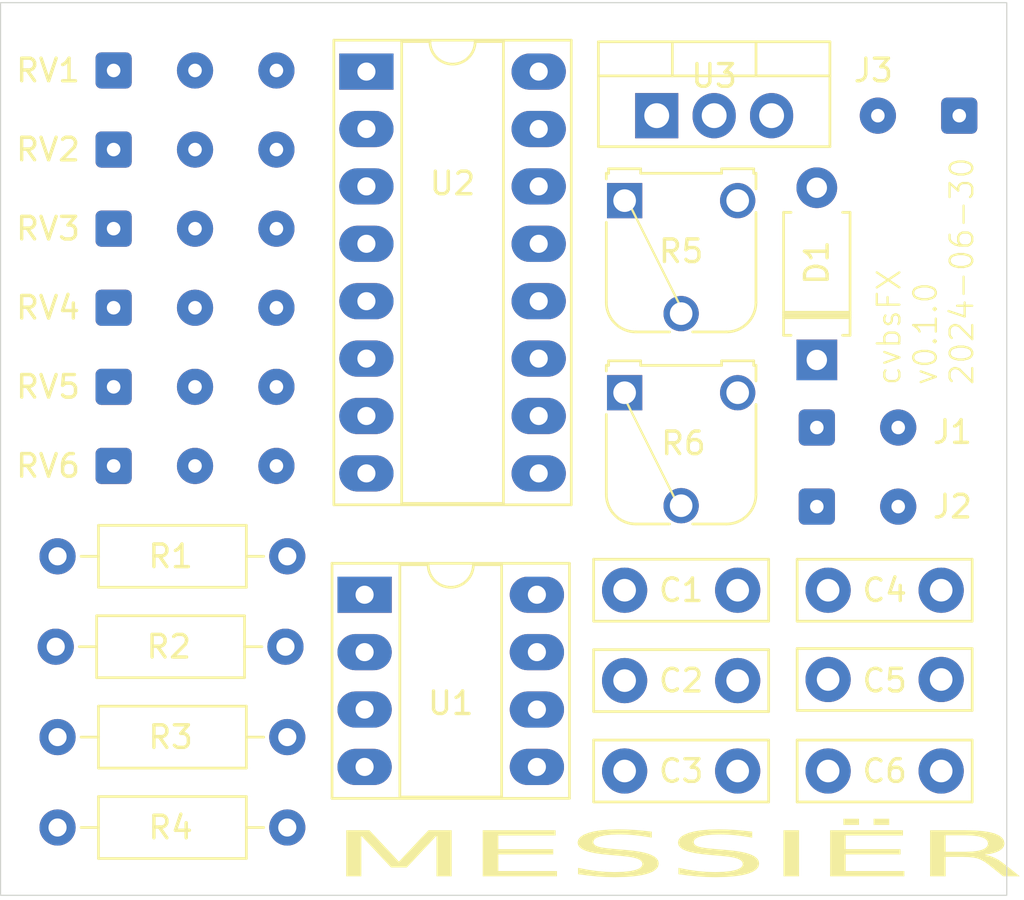
<source format=kicad_pcb>
(kicad_pcb (version 20240108) (generator "pcbnew") (generator_version "8.0")
  (layers (0 "F.Cu" signal) (31 "B.Cu" signal) (34 "B.Paste" user) (35 "F.Paste" user) (36 "B.SilkS" user "B.Silkscreen") (37 "F.SilkS" user "F.Silkscreen") (38 "B.Mask" user) (39 "F.Mask" user) (44 "Edge.Cuts" user))
  (net 0 "")
  (net 1 "Net-(U1-VIDEO)")
  (net 2 "Net-(U1-INT)")
  (net 3 "GND")
  (net 4 "+5V")
  (net 5 "Net-(R3-Pad2)")
  (net 6 "Net-(R4-Pad2)")
  (net 7 "Net-(RV1-Pad1)")
  (net 8 "Net-(RV2-Pad1)")
  (net 9 "Net-(RV3-Pad1)")
  (net 13 "Net-(J1-In)")
  (net 14 "Net-(J2-In)")
  (net 15 "Net-(R5-Pad1)")
  (net 16 "Net-(R6-Pad2)")
  (net 17 "Net-(U2A-+)")
  (net 18 "Net-(U2B--)")
  (net 19 "Net-(U2C-+)")
  (net 20 "Net-(U2D--)")
  (net 21 "Net-(D1-K)")
  (net 22 "Net-(D1-A)")
  (footprint "Capacitor_THT:C_Disc_D7.5mm_W2.5mm_P5.00mm" (layer "F.Cu") (at 137 102.5)
    (property "Reference" "C1" (at 2.5 0 0) (layer "F.SilkS"))
    (property "Value" "0.1u")
    (fp_line (start -1.37 -1.37) (end -1.37 1.37) (stroke (width 0.12)) (layer "F.SilkS"))
    (fp_line (start -1.37 -1.37) (end 6.37 -1.37) (stroke (width 0.12)) (layer "F.SilkS"))
    (fp_line (start -1.37 1.37) (end 6.37 1.37) (stroke (width 0.12)) (layer "F.SilkS"))
    (fp_line (start 6.37 -1.37) (end 6.37 1.37) (stroke (width 0.12)) (layer "F.SilkS"))
    (pad "1" thru_hole circle (at 0 0) (size 2 2) (drill 1) (layers "*.Cu" "*.Mask") (net 1 "Net-(U1-VIDEO)"))
    (pad "2" thru_hole circle (at 5 0) (size 2 2) (drill 1) (layers "*.Cu" "*.Mask") (net 13 "Net-(J1-In)"))
  )
  (footprint "Diode_THT:D_A-405_P7.62mm_Horizontal" (layer "F.Cu") (at 145.5 92.31 90)
    (property "Reference" "D1" (at 4.31 0 90) (layer "F.SilkS"))
    (property "Value" "1N4007")
    (fp_line (start 6.53 -1.47) (end 6.53 -1.14) (stroke (width 0.12)) (layer "F.SilkS"))
    (fp_line (start 2.11 -1.47) (end 2.11 1.47) (stroke (width 0.12)) (layer "F.SilkS"))
    (fp_line (start 1.99 -1.47) (end 1.99 1.47) (stroke (width 0.12)) (layer "F.SilkS"))
    (fp_line (start 1.87 -1.47) (end 1.87 1.47) (stroke (width 0.12)) (layer "F.SilkS"))
    (fp_line (start 1.09 -1.47) (end 6.53 -1.47) (stroke (width 0.12)) (layer "F.SilkS"))
    (fp_line (start 1.09 -1.14) (end 1.09 -1.47) (stroke (width 0.12)) (layer "F.SilkS"))
    (fp_line (start 1.09 1.14) (end 1.09 1.47) (stroke (width 0.12)) (layer "F.SilkS"))
    (fp_line (start 6.53 1.47) (end 6.53 1.14) (stroke (width 0.12)) (layer "F.SilkS"))
    (fp_line (start 1.09 1.47) (end 6.53 1.47) (stroke (width 0.12)) (layer "F.SilkS"))
    (pad "1" thru_hole rect (at 0 0 90) (size 1.8 1.8) (drill 0.9) (layers "*.Cu" "*.Mask") (net 21 "Net-(D1-K)"))
    (pad "2" thru_hole oval (at 7.62 0 90) (size 1.8 1.8) (drill 0.9) (layers "*.Cu" "*.Mask") (net 22 "Net-(D1-A)"))
  )
  (footprint "Connector_Wire:SolderWire-0.1sqmm_1x03_P3.6mm_D0.4mm_OD1mm" (layer "F.Cu") (at 114.4 90)
    (property "Reference" "RV4" (at -2.9 0 0) (layer "F.SilkS"))
    (property "Value" "10k")
    (pad "1" thru_hole roundrect (at 0 0) (size 1.6 1.6) (drill 0.6) (layers "*.Cu" "*.Mask") (roundrect_rratio 0.15625) (net 15 "Net-(R5-Pad1)"))
    (pad "2" thru_hole circle (at 3.6 0) (size 1.6 1.6) (drill 0.6) (layers "*.Cu" "*.Mask") (net 20 "Net-(U2D--)"))
    (pad "3" thru_hole circle (at 7.2 0) (size 1.6 1.6) (drill 0.6) (layers "*.Cu" "*.Mask") (net 9 "Net-(RV3-Pad1)"))
  )
  (footprint "Connector_Wire:SolderWire-0.1sqmm_1x02_P3.6mm_D0.4mm_OD1mm" (layer "F.Cu") (at 151.8 81.5 180)
    (property "Reference" "J3" (at 3.8 2 0) (layer "F.SilkS"))
    (property "Value" "DC JACK")
    (pad "1" thru_hole roundrect (at 0 0 180) (size 1.6 1.6) (drill 0.6) (layers "*.Cu" "*.Mask") (roundrect_rratio 0.15625) (net 22 "Net-(D1-A)"))
    (pad "2" thru_hole circle (at 3.6 0 180) (size 1.6 1.6) (drill 0.6) (layers "*.Cu" "*.Mask") (net 3 "GND"))
  )
  (footprint "Capacitor_THT:C_Disc_D7.5mm_W2.5mm_P5.00mm" (layer "F.Cu") (at 137 106.5)
    (property "Reference" "C2" (at 2.5 0 0) (layer "F.SilkS"))
    (property "Value" "0.1u")
    (fp_line (start -1.37 -1.37) (end -1.37 1.37) (stroke (width 0.12)) (layer "F.SilkS"))
    (fp_line (start -1.37 -1.37) (end 6.37 -1.37) (stroke (width 0.12)) (layer "F.SilkS"))
    (fp_line (start -1.37 1.37) (end 6.37 1.37) (stroke (width 0.12)) (layer "F.SilkS"))
    (fp_line (start 6.37 -1.37) (end 6.37 1.37) (stroke (width 0.12)) (layer "F.SilkS"))
    (pad "1" thru_hole circle (at 0 0) (size 2 2) (drill 1) (layers "*.Cu" "*.Mask") (net 2 "Net-(U1-INT)"))
    (pad "2" thru_hole circle (at 5 0) (size 2 2) (drill 1) (layers "*.Cu" "*.Mask") (net 3 "GND"))
  )
  (footprint "Package_DIP:DIP-16_W7.62mm_Socket_LongPads" (layer "F.Cu") (at 125.58 79.55)
    (property "Reference" "U2" (at 3.81 4.95 0) (layer "F.SilkS"))
    (property "Value" "LM339")
    (fp_line (start -1.44 -1.39) (end -1.44 19.17) (stroke (width 0.12)) (layer "F.SilkS"))
    (fp_line (start -1.44 19.17) (end 9.06 19.17) (stroke (width 0.12)) (layer "F.SilkS"))
    (fp_line (start 1.56 -1.33) (end 1.56 19.11) (stroke (width 0.12)) (layer "F.SilkS"))
    (fp_line (start 1.56 19.11) (end 6.06 19.11) (stroke (width 0.12)) (layer "F.SilkS"))
    (fp_line (start 2.81 -1.33) (end 1.56 -1.33) (stroke (width 0.12)) (layer "F.SilkS"))
    (fp_line (start 6.06 -1.33) (end 4.81 -1.33) (stroke (width 0.12)) (layer "F.SilkS"))
    (fp_line (start 6.06 19.11) (end 6.06 -1.33) (stroke (width 0.12)) (layer "F.SilkS"))
    (fp_line (start 9.06 -1.39) (end -1.44 -1.39) (stroke (width 0.12)) (layer "F.SilkS"))
    (fp_line (start 9.06 19.17) (end 9.06 -1.39) (stroke (width 0.12)) (layer "F.SilkS"))
    (fp_arc (start 4.81 -1.33) (mid 3.81 -0.33) (end 2.81 -1.33) (stroke (width 0.12)) (layer "F.SilkS"))
    (pad "1" thru_hole rect (at 0 0) (size 2.4 1.6) (drill 0.8) (layers "*.Cu" "*.Mask") (net 5 "Net-(R3-Pad2)"))
    (pad "2" thru_hole oval (at 0 2.54) (size 2.4 1.6) (drill 0.8) (layers "*.Cu" "*.Mask") (net 5 "Net-(R3-Pad2)"))
    (pad "3" thru_hole oval (at 0 5.08) (size 2.4 1.6) (drill 0.8) (layers "*.Cu" "*.Mask") (net 4 "+5V"))
    (pad "4" thru_hole oval (at 0 7.62) (size 2.4 1.6) (drill 0.8) (layers "*.Cu" "*.Mask") (net 1 "Net-(U1-VIDEO)"))
    (pad "5" thru_hole oval (at 0 10.16) (size 2.4 1.6) (drill 0.8) (layers "*.Cu" "*.Mask") (net 17 "Net-(U2A-+)"))
    (pad "6" thru_hole oval (at 0 12.7) (size 2.4 1.6) (drill 0.8) (layers "*.Cu" "*.Mask") (net 18 "Net-(U2B--)"))
    (pad "7" thru_hole oval (at 0 15.24) (size 2.4 1.6) (drill 0.8) (layers "*.Cu" "*.Mask") (net 1 "Net-(U1-VIDEO)"))
    (pad "8" thru_hole oval (at 0 17.78) (size 2.4 1.6) (drill 0.8) (layers "*.Cu" "*.Mask") (net 20 "Net-(U2D--)"))
    (pad "9" thru_hole oval (at 7.62 17.78) (size 2.4 1.6) (drill 0.8) (layers "*.Cu" "*.Mask") (net 1 "Net-(U1-VIDEO)"))
    (pad "10" thru_hole oval (at 7.62 15.24) (size 2.4 1.6) (drill 0.8) (layers "*.Cu" "*.Mask") (net 1 "Net-(U1-VIDEO)"))
    (pad "11" thru_hole oval (at 7.62 12.7) (size 2.4 1.6) (drill 0.8) (layers "*.Cu" "*.Mask") (net 19 "Net-(U2C-+)"))
    (pad "12" thru_hole oval (at 7.62 10.16) (size 2.4 1.6) (drill 0.8) (layers "*.Cu" "*.Mask") (net 3 "GND"))
    (pad "13" thru_hole oval (at 7.62 7.62) (size 2.4 1.6) (drill 0.8) (layers "*.Cu" "*.Mask") (net 6 "Net-(R4-Pad2)"))
    (pad "14" thru_hole oval (at 7.62 5.08) (size 2.4 1.6) (drill 0.8) (layers "*.Cu" "*.Mask") (net 6 "Net-(R4-Pad2)"))
    (pad "15" thru_hole oval (at 7.62 2.54) (size 2.4 1.6) (drill 0.8) (layers "*.Cu" "*.Mask"))
    (pad "16" thru_hole oval (at 7.62 0) (size 2.4 1.6) (drill 0.8) (layers "*.Cu" "*.Mask"))
  )
  (footprint "Capacitor_THT:C_Disc_D7.5mm_W2.5mm_P5.00mm" (layer "F.Cu") (at 146 110.5)
    (property "Reference" "C6" (at 2.5 0 0) (layer "F.SilkS"))
    (property "Value" "0.1u")
    (fp_line (start -1.37 -1.37) (end -1.37 1.37) (stroke (width 0.12)) (layer "F.SilkS"))
    (fp_line (start -1.37 -1.37) (end 6.37 -1.37) (stroke (width 0.12)) (layer "F.SilkS"))
    (fp_line (start -1.37 1.37) (end 6.37 1.37) (stroke (width 0.12)) (layer "F.SilkS"))
    (fp_line (start 6.37 -1.37) (end 6.37 1.37) (stroke (width 0.12)) (layer "F.SilkS"))
    (pad "1" thru_hole circle (at 0 0) (size 2 2) (drill 1) (layers "*.Cu" "*.Mask") (net 4 "+5V"))
    (pad "2" thru_hole circle (at 5 0) (size 2 2) (drill 1) (layers "*.Cu" "*.Mask") (net 3 "GND"))
  )
  (footprint "Resistor_THT:R_Axial_DIN0207_L6.3mm_D2.5mm_P10.16mm_Horizontal" (layer "F.Cu") (at 111.92 113)
    (property "Reference" "R4" (at 5 0 0) (layer "F.SilkS"))
    (property "Value" "1k")
    (fp_line (start 1.04 0) (end 1.81 0) (stroke (width 0.12)) (layer "F.SilkS"))
    (fp_line (start 1.81 -1.37) (end 1.81 1.37) (stroke (width 0.12)) (layer "F.SilkS"))
    (fp_line (start 1.81 1.37) (end 8.35 1.37) (stroke (width 0.12)) (layer "F.SilkS"))
    (fp_line (start 8.35 -1.37) (end 1.81 -1.37) (stroke (width 0.12)) (layer "F.SilkS"))
    (fp_line (start 8.35 1.37) (end 8.35 -1.37) (stroke (width 0.12)) (layer "F.SilkS"))
    (fp_line (start 9.12 0) (end 8.35 0) (stroke (width 0.12)) (layer "F.SilkS"))
    (pad "1" thru_hole circle (at 0 0) (size 1.6 1.6) (drill 0.8) (layers "*.Cu" "*.Mask") (net 4 "+5V"))
    (pad "2" thru_hole oval (at 10.16 0) (size 1.6 1.6) (drill 0.8) (layers "*.Cu" "*.Mask") (net 6 "Net-(R4-Pad2)"))
  )
  (footprint "Resistor_THT:R_Axial_DIN0207_L6.3mm_D2.5mm_P10.16mm_Horizontal" (layer "F.Cu") (at 111.84 105)
    (property "Reference" "R2" (at 5 0 0) (layer "F.SilkS"))
    (property "Value" "680k")
    (fp_line (start 1.04 0) (end 1.81 0) (stroke (width 0.12)) (layer "F.SilkS"))
    (fp_line (start 1.81 -1.37) (end 1.81 1.37) (stroke (width 0.12)) (layer "F.SilkS"))
    (fp_line (start 1.81 1.37) (end 8.35 1.37) (stroke (width 0.12)) (layer "F.SilkS"))
    (fp_line (start 8.35 -1.37) (end 1.81 -1.37) (stroke (width 0.12)) (layer "F.SilkS"))
    (fp_line (start 8.35 1.37) (end 8.35 -1.37) (stroke (width 0.12)) (layer "F.SilkS"))
    (fp_line (start 9.12 0) (end 8.35 0) (stroke (width 0.12)) (layer "F.SilkS"))
    (pad "1" thru_hole circle (at 0 0) (size 1.6 1.6) (drill 0.8) (layers "*.Cu" "*.Mask") (net 2 "Net-(U1-INT)"))
    (pad "2" thru_hole oval (at 10.16 0) (size 1.6 1.6) (drill 0.8) (layers "*.Cu" "*.Mask") (net 3 "GND"))
  )
  (footprint "Capacitor_THT:C_Disc_D7.5mm_W2.5mm_P5.00mm" (layer "F.Cu") (at 146 102.5)
    (property "Reference" "C4" (at 2.5 0 0) (layer "F.SilkS"))
    (property "Value" "0.1u")
    (fp_line (start -1.37 -1.37) (end -1.37 1.37) (stroke (width 0.12)) (layer "F.SilkS"))
    (fp_line (start -1.37 -1.37) (end 6.37 -1.37) (stroke (width 0.12)) (layer "F.SilkS"))
    (fp_line (start -1.37 1.37) (end 6.37 1.37) (stroke (width 0.12)) (layer "F.SilkS"))
    (fp_line (start 6.37 -1.37) (end 6.37 1.37) (stroke (width 0.12)) (layer "F.SilkS"))
    (pad "1" thru_hole circle (at 0 0) (size 2 2) (drill 1) (layers "*.Cu" "*.Mask") (net 3 "GND"))
    (pad "2" thru_hole circle (at 5 0) (size 2 2) (drill 1) (layers "*.Cu" "*.Mask") (net 4 "+5V"))
  )
  (footprint "Connector_Wire:SolderWire-0.1sqmm_1x02_P3.6mm_D0.4mm_OD1mm" (layer "F.Cu") (at 145.5 95.3)
    (property "Reference" "J1" (at 6 0.2 0) (layer "F.SilkS"))
    (property "Value" "CVBS_IN")
    (pad "1" thru_hole roundrect (at 0 0) (size 1.6 1.6) (drill 0.6) (layers "*.Cu" "*.Mask") (roundrect_rratio 0.15625) (net 13 "Net-(J1-In)"))
    (pad "2" thru_hole circle (at 3.6 0) (size 1.6 1.6) (drill 0.6) (layers "*.Cu" "*.Mask") (net 3 "GND"))
  )
  (footprint "Resistor_THT:R_Axial_DIN0207_L6.3mm_D2.5mm_P10.16mm_Horizontal" (layer "F.Cu") (at 111.92 101)
    (property "Reference" "R1" (at 5 0 0) (layer "F.SilkS"))
    (property "Value" "75")
    (fp_line (start 1.04 0) (end 1.81 0) (stroke (width 0.12)) (layer "F.SilkS"))
    (fp_line (start 1.81 -1.37) (end 1.81 1.37) (stroke (width 0.12)) (layer "F.SilkS"))
    (fp_line (start 1.81 1.37) (end 8.35 1.37) (stroke (width 0.12)) (layer "F.SilkS"))
    (fp_line (start 8.35 -1.37) (end 1.81 -1.37) (stroke (width 0.12)) (layer "F.SilkS"))
    (fp_line (start 8.35 1.37) (end 8.35 -1.37) (stroke (width 0.12)) (layer "F.SilkS"))
    (fp_line (start 9.12 0) (end 8.35 0) (stroke (width 0.12)) (layer "F.SilkS"))
    (pad "1" thru_hole circle (at 0 0) (size 1.6 1.6) (drill 0.8) (layers "*.Cu" "*.Mask") (net 13 "Net-(J1-In)"))
    (pad "2" thru_hole oval (at 10.16 0) (size 1.6 1.6) (drill 0.8) (layers "*.Cu" "*.Mask") (net 3 "GND"))
  )
  (footprint "Potentiometer_THT:Potentiometer_Runtron_RM-065_Vertical" (layer "F.Cu") (at 137 85.26)
    (property "Reference" "R5" (at 2.5 2.24 0) (layer "F.SilkS"))
    (property "Value" "R_Trim")
    (fp_line (start -0.81 -1.21) (end -0.81 -0.96) (stroke (width 0.12)) (layer "F.SilkS"))
    (fp_line (start -0.81 4.5) (end -0.81 0.96) (stroke (width 0.12)) (layer "F.SilkS"))
    (fp_line (start -0.71 -1.41) (end -0.71 -1.21) (stroke (width 0.12)) (layer "F.SilkS"))
    (fp_line (start -0.71 -1.41) (end 0.71 -1.41) (stroke (width 0.12)) (layer "F.SilkS"))
    (fp_line (start -0.71 -1.21) (end -0.81 -1.21) (stroke (width 0.12)) (layer "F.SilkS"))
    (fp_line (start 0.71 -1.21) (end 0.71 -1.41) (stroke (width 0.12)) (layer "F.SilkS"))
    (fp_line (start 0.71 -1.21) (end 4.29 -1.21) (stroke (width 0.12)) (layer "F.SilkS"))
    (fp_line (start 1.99 5.81) (end 0.5 5.81) (stroke (width 0.12)) (layer "F.SilkS"))
    (fp_line (start 4.29 -1.41) (end 5.71 -1.41) (stroke (width 0.12)) (layer "F.SilkS"))
    (fp_line (start 4.29 -1.21) (end 4.29 -1.41) (stroke (width 0.12)) (layer "F.SilkS"))
    (fp_line (start 4.5 5.81) (end 3.01 5.81) (stroke (width 0.12)) (layer "F.SilkS"))
    (fp_line (start 5.71 -1.41) (end 5.71 -1.21) (stroke (width 0.12)) (layer "F.SilkS"))
    (fp_line (start 5.71 -1.21) (end 5.81 -1.21) (stroke (width 0.12)) (layer "F.SilkS"))
    (fp_line (start 5.81 -1.21) (end 5.81 -0.52) (stroke (width 0.12)) (layer "F.SilkS"))
    (fp_line (start 5.81 0.52) (end 5.81 4.5) (stroke (width 0.12)) (layer "F.SilkS"))
    (fp_arc (start 0.5 5.81) (mid -0.42631 5.42631) (end -0.81 4.5) (stroke (width 0.12)) (layer "F.SilkS"))
    (fp_arc (start 5.81 4.5) (mid 5.42631 5.42631) (end 4.5 5.81) (stroke (width 0.12)) (layer "F.SilkS"))
    (pad "1" thru_hole rect (at 0 0) (size 1.56 1.56) (drill 1) (layers "*.Cu" "*.Mask") (net 15 "Net-(R5-Pad1)"))
    (pad "2" thru_hole circle (at 2.5 5) (size 1.56 1.56) (drill 1) (layers "*.Cu" "*.Mask") (net 3 "GND"))
    (pad "3" thru_hole circle (at 5 0) (size 1.56 1.56) (drill 1) (layers "*.Cu" "*.Mask"))
  )
  (footprint "Capacitor_THT:C_Disc_D7.5mm_W2.5mm_P5.00mm" (layer "F.Cu") (at 137 110.5)
    (property "Reference" "C3" (at 2.5 0 0) (layer "F.SilkS"))
    (property "Value" "0.1u")
    (fp_line (start -1.37 -1.37) (end -1.37 1.37) (stroke (width 0.12)) (layer "F.SilkS"))
    (fp_line (start -1.37 -1.37) (end 6.37 -1.37) (stroke (width 0.12)) (layer "F.SilkS"))
    (fp_line (start -1.37 1.37) (end 6.37 1.37) (stroke (width 0.12)) (layer "F.SilkS"))
    (fp_line (start 6.37 -1.37) (end 6.37 1.37) (stroke (width 0.12)) (layer "F.SilkS"))
    (pad "1" thru_hole circle (at 0 0) (size 2 2) (drill 1) (layers "*.Cu" "*.Mask") (net 3 "GND"))
    (pad "2" thru_hole circle (at 5 0) (size 2 2) (drill 1) (layers "*.Cu" "*.Mask") (net 4 "+5V"))
  )
  (footprint "Connector_Wire:SolderWire-0.1sqmm_1x03_P3.6mm_D0.4mm_OD1mm" (layer "F.Cu") (at 114.4 79.5)
    (property "Reference" "RV1" (at -2.9 0 0) (layer "F.SilkS"))
    (property "Value" "10k")
    (pad "1" thru_hole roundrect (at 0 0) (size 1.6 1.6) (drill 0.6) (layers "*.Cu" "*.Mask") (roundrect_rratio 0.15625) (net 7 "Net-(RV1-Pad1)"))
    (pad "2" thru_hole circle (at 3.6 0) (size 1.6 1.6) (drill 0.6) (layers "*.Cu" "*.Mask") (net 17 "Net-(U2A-+)"))
    (pad "3" thru_hole circle (at 7.2 0) (size 1.6 1.6) (drill 0.6) (layers "*.Cu" "*.Mask") (net 16 "Net-(R6-Pad2)"))
  )
  (footprint "Package_TO_SOT_THT:TO-220-3_Vertical" (layer "F.Cu") (at 138.42 81.5)
    (property "Reference" "U3" (at 2.54 -1.76 0) (layer "F.SilkS"))
    (property "Value" "LM7805")
    (fp_line (start -2.58 -3.27) (end -2.58 1.371) (stroke (width 0.12)) (layer "F.SilkS"))
    (fp_line (start -2.58 -3.27) (end 7.66 -3.27) (stroke (width 0.12)) (layer "F.SilkS"))
    (fp_line (start -2.58 -1.76) (end 7.66 -1.76) (stroke (width 0.12)) (layer "F.SilkS"))
    (fp_line (start -2.58 1.371) (end 7.66 1.371) (stroke (width 0.12)) (layer "F.SilkS"))
    (fp_line (start 0.69 -3.27) (end 0.69 -1.76) (stroke (width 0.12)) (layer "F.SilkS"))
    (fp_line (start 4.391 -3.27) (end 4.391 -1.76) (stroke (width 0.12)) (layer "F.SilkS"))
    (fp_line (start 7.66 -3.27) (end 7.66 1.371) (stroke (width 0.12)) (layer "F.SilkS"))
    (pad "1" thru_hole rect (at 0 0) (size 1.905 2) (drill 1.1) (layers "*.Cu" "*.Mask") (net 4 "+5V"))
    (pad "2" thru_hole oval (at 2.54 0) (size 1.905 2) (drill 1.1) (layers "*.Cu" "*.Mask") (net 3 "GND"))
    (pad "3" thru_hole oval (at 5.08 0) (size 1.905 2) (drill 1.1) (layers "*.Cu" "*.Mask") (net 21 "Net-(D1-K)"))
  )
  (footprint "Package_DIP:DIP-8_W7.62mm_Socket_LongPads" (layer "F.Cu") (at 125.5 102.7)
    (property "Reference" "U1" (at 3.81 4.8 0) (layer "F.SilkS"))
    (property "Value" "LM1881")
    (fp_line (start -1.44 -1.39) (end -1.44 9.01) (stroke (width 0.12)) (layer "F.SilkS"))
    (fp_line (start -1.44 9.01) (end 9.06 9.01) (stroke (width 0.12)) (layer "F.SilkS"))
    (fp_line (start 1.56 -1.33) (end 1.56 8.95) (stroke (width 0.12)) (layer "F.SilkS"))
    (fp_line (start 1.56 8.95) (end 6.06 8.95) (stroke (width 0.12)) (layer "F.SilkS"))
    (fp_line (start 2.81 -1.33) (end 1.56 -1.33) (stroke (width 0.12)) (layer "F.SilkS"))
    (fp_line (start 6.06 -1.33) (end 4.81 -1.33) (stroke (width 0.12)) (layer "F.SilkS"))
    (fp_line (start 6.06 8.95) (end 6.06 -1.33) (stroke (width 0.12)) (layer "F.SilkS"))
    (fp_line (start 9.06 -1.39) (end -1.44 -1.39) (stroke (width 0.12)) (layer "F.SilkS"))
    (fp_line (start 9.06 9.01) (end 9.06 -1.39) (stroke (width 0.12)) (layer "F.SilkS"))
    (fp_arc (start 4.81 -1.33) (mid 3.81 -0.33) (end 2.81 -1.33) (stroke (width 0.12)) (layer "F.SilkS"))
    (pad "1" thru_hole rect (at 0 0) (size 2.4 1.6) (drill 0.8) (layers "*.Cu" "*.Mask") (net 14 "Net-(J2-In)"))
    (pad "2" thru_hole oval (at 0 2.54) (size 2.4 1.6) (drill 0.8) (layers "*.Cu" "*.Mask") (net 1 "Net-(U1-VIDEO)"))
    (pad "3" thru_hole oval (at 0 5.08) (size 2.4 1.6) (drill 0.8) (layers "*.Cu" "*.Mask"))
    (pad "4" thru_hole oval (at 0 7.62) (size 2.4 1.6) (drill 0.8) (layers "*.Cu" "*.Mask") (net 3 "GND"))
    (pad "5" thru_hole oval (at 7.62 7.62) (size 2.4 1.6) (drill 0.8) (layers "*.Cu" "*.Mask"))
    (pad "6" thru_hole oval (at 7.62 5.08) (size 2.4 1.6) (drill 0.8) (layers "*.Cu" "*.Mask") (net 2 "Net-(U1-INT)"))
    (pad "7" thru_hole oval (at 7.62 2.54) (size 2.4 1.6) (drill 0.8) (layers "*.Cu" "*.Mask"))
    (pad "8" thru_hole oval (at 7.62 0) (size 2.4 1.6) (drill 0.8) (layers "*.Cu" "*.Mask") (net 4 "+5V"))
  )
  (footprint "Connector_Wire:SolderWire-0.1sqmm_1x03_P3.6mm_D0.4mm_OD1mm" (layer "F.Cu") (at 114.4 93.5)
    (property "Reference" "RV5" (at -2.9 0 0) (layer "F.SilkS"))
    (property "Value" "1k")
    (pad "1" thru_hole roundrect (at 0 0) (size 1.6 1.6) (drill 0.6) (layers "*.Cu" "*.Mask") (roundrect_rratio 0.15625) (net 3 "GND"))
    (pad "2" thru_hole circle (at 3.6 0) (size 1.6 1.6) (drill 0.6) (layers "*.Cu" "*.Mask") (net 14 "Net-(J2-In)"))
    (pad "3" thru_hole circle (at 7.2 0) (size 1.6 1.6) (drill 0.6) (layers "*.Cu" "*.Mask") (net 5 "Net-(R3-Pad2)"))
  )
  (footprint "Connector_Wire:SolderWire-0.1sqmm_1x02_P3.6mm_D0.4mm_OD1mm" (layer "F.Cu") (at 145.5 98.8)
    (property "Reference" "J2" (at 6 0 0) (layer "F.SilkS"))
    (property "Value" "CVBS_OUT")
    (pad "1" thru_hole roundrect (at 0 0) (size 1.6 1.6) (drill 0.6) (layers "*.Cu" "*.Mask") (roundrect_rratio 0.15625) (net 14 "Net-(J2-In)"))
    (pad "2" thru_hole circle (at 3.6 0) (size 1.6 1.6) (drill 0.6) (layers "*.Cu" "*.Mask") (net 3 "GND"))
  )
  (footprint "Connector_Wire:SolderWire-0.1sqmm_1x03_P3.6mm_D0.4mm_OD1mm" (layer "F.Cu") (at 114.4 97)
    (property "Reference" "RV6" (at -2.9 0 0) (layer "F.SilkS"))
    (property "Value" "1k")
    (pad "1" thru_hole roundrect (at 0 0) (size 1.6 1.6) (drill 0.6) (layers "*.Cu" "*.Mask") (roundrect_rratio 0.15625) (net 3 "GND"))
    (pad "2" thru_hole circle (at 3.6 0) (size 1.6 1.6) (drill 0.6) (layers "*.Cu" "*.Mask") (net 14 "Net-(J2-In)"))
    (pad "3" thru_hole circle (at 7.2 0) (size 1.6 1.6) (drill 0.6) (layers "*.Cu" "*.Mask") (net 6 "Net-(R4-Pad2)"))
  )
  (footprint "Connector_Wire:SolderWire-0.1sqmm_1x03_P3.6mm_D0.4mm_OD1mm" (layer "F.Cu") (at 114.4 86.5)
    (property "Reference" "RV3" (at -2.9 0 0) (layer "F.SilkS"))
    (property "Value" "10k")
    (pad "1" thru_hole roundrect (at 0 0) (size 1.6 1.6) (drill 0.6) (layers "*.Cu" "*.Mask") (roundrect_rratio 0.15625) (net 9 "Net-(RV3-Pad1)"))
    (pad "2" thru_hole circle (at 3.6 0) (size 1.6 1.6) (drill 0.6) (layers "*.Cu" "*.Mask") (net 19 "Net-(U2C-+)"))
    (pad "3" thru_hole circle (at 7.2 0) (size 1.6 1.6) (drill 0.6) (layers "*.Cu" "*.Mask") (net 8 "Net-(RV2-Pad1)"))
  )
  (footprint "Capacitor_THT:C_Disc_D7.5mm_W2.5mm_P5.00mm" (layer "F.Cu") (at 146 106.45)
    (property "Reference" "C5" (at 2.5 0.05 0) (layer "F.SilkS"))
    (property "Value" "0.22u")
    (fp_line (start -1.37 -1.37) (end -1.37 1.37) (stroke (width 0.12)) (layer "F.SilkS"))
    (fp_line (start -1.37 -1.37) (end 6.37 -1.37) (stroke (width 0.12)) (layer "F.SilkS"))
    (fp_line (start -1.37 1.37) (end 6.37 1.37) (stroke (width 0.12)) (layer "F.SilkS"))
    (fp_line (start 6.37 -1.37) (end 6.37 1.37) (stroke (width 0.12)) (layer "F.SilkS"))
    (pad "1" thru_hole circle (at 0 0) (size 2 2) (drill 1) (layers "*.Cu" "*.Mask") (net 21 "Net-(D1-K)"))
    (pad "2" thru_hole circle (at 5 0) (size 2 2) (drill 1) (layers "*.Cu" "*.Mask") (net 3 "GND"))
  )
  (footprint "Resistor_THT:R_Axial_DIN0207_L6.3mm_D2.5mm_P10.16mm_Horizontal" (layer "F.Cu") (at 111.92 109)
    (property "Reference" "R3" (at 5 0 0) (layer "F.SilkS"))
    (property "Value" "1k")
    (fp_line (start 1.04 0) (end 1.81 0) (stroke (width 0.12)) (layer "F.SilkS"))
    (fp_line (start 1.81 -1.37) (end 1.81 1.37) (stroke (width 0.12)) (layer "F.SilkS"))
    (fp_line (start 1.81 1.37) (end 8.35 1.37) (stroke (width 0.12)) (layer "F.SilkS"))
    (fp_line (start 8.35 -1.37) (end 1.81 -1.37) (stroke (width 0.12)) (layer "F.SilkS"))
    (fp_line (start 8.35 1.37) (end 8.35 -1.37) (stroke (width 0.12)) (layer "F.SilkS"))
    (fp_line (start 9.12 0) (end 8.35 0) (stroke (width 0.12)) (layer "F.SilkS"))
    (pad "1" thru_hole circle (at 0 0) (size 1.6 1.6) (drill 0.8) (layers "*.Cu" "*.Mask") (net 4 "+5V"))
    (pad "2" thru_hole oval (at 10.16 0) (size 1.6 1.6) (drill 0.8) (layers "*.Cu" "*.Mask") (net 5 "Net-(R3-Pad2)"))
  )
  (footprint "Potentiometer_THT:Potentiometer_Runtron_RM-065_Vertical" (layer "F.Cu") (at 137 93.76)
    (property "Reference" "R6" (at 2.6 2.24 0) (layer "F.SilkS"))
    (property "Value" "R_Trim")
    (fp_line (start -0.81 -1.21) (end -0.81 -0.96) (stroke (width 0.12)) (layer "F.SilkS"))
    (fp_line (start -0.81 4.5) (end -0.81 0.96) (stroke (width 0.12)) (layer "F.SilkS"))
    (fp_line (start -0.71 -1.41) (end -0.71 -1.21) (stroke (width 0.12)) (layer "F.SilkS"))
    (fp_line (start -0.71 -1.41) (end 0.71 -1.41) (stroke (width 0.12)) (layer "F.SilkS"))
    (fp_line (start -0.71 -1.21) (end -0.81 -1.21) (stroke (width 0.12)) (layer "F.SilkS"))
    (fp_line (start 0.71 -1.21) (end 0.71 -1.41) (stroke (width 0.12)) (layer "F.SilkS"))
    (fp_line (start 0.71 -1.21) (end 4.29 -1.21) (stroke (width 0.12)) (layer "F.SilkS"))
    (fp_line (start 1.99 5.81) (end 0.5 5.81) (stroke (width 0.12)) (layer "F.SilkS"))
    (fp_line (start 4.29 -1.41) (end 5.71 -1.41) (stroke (width 0.12)) (layer "F.SilkS"))
    (fp_line (start 4.29 -1.21) (end 4.29 -1.41) (stroke (width 0.12)) (layer "F.SilkS"))
    (fp_line (start 4.5 5.81) (end 3.01 5.81) (stroke (width 0.12)) (layer "F.SilkS"))
    (fp_line (start 5.71 -1.41) (end 5.71 -1.21) (stroke (width 0.12)) (layer "F.SilkS"))
    (fp_line (start 5.71 -1.21) (end 5.81 -1.21) (stroke (width 0.12)) (layer "F.SilkS"))
    (fp_line (start 5.81 -1.21) (end 5.81 -0.52) (stroke (width 0.12)) (layer "F.SilkS"))
    (fp_line (start 5.81 0.52) (end 5.81 4.5) (stroke (width 0.12)) (layer "F.SilkS"))
    (fp_arc (start 0.5 5.81) (mid -0.42631 5.42631) (end -0.81 4.5) (stroke (width 0.12)) (layer "F.SilkS"))
    (fp_arc (start 5.81 4.5) (mid 5.42631 5.42631) (end 4.5 5.81) (stroke (width 0.12)) (layer "F.SilkS"))
    (pad "1" thru_hole rect (at 0 0) (size 1.56 1.56) (drill 1) (layers "*.Cu" "*.Mask") (net 4 "+5V"))
    (pad "2" thru_hole circle (at 2.5 5) (size 1.56 1.56) (drill 1) (layers "*.Cu" "*.Mask") (net 16 "Net-(R6-Pad2)"))
    (pad "3" thru_hole circle (at 5 0) (size 1.56 1.56) (drill 1) (layers "*.Cu" "*.Mask"))
  )
  (footprint "Connector_Wire:SolderWire-0.1sqmm_1x03_P3.6mm_D0.4mm_OD1mm" (layer "F.Cu") (at 114.4 83)
    (property "Reference" "RV2" (at -2.9 0 0) (layer "F.SilkS"))
    (property "Value" "10k")
    (pad "1" thru_hole roundrect (at 0 0) (size 1.6 1.6) (drill 0.6) (layers "*.Cu" "*.Mask") (roundrect_rratio 0.15625) (net 8 "Net-(RV2-Pad1)"))
    (pad "2" thru_hole circle (at 3.6 0) (size 1.6 1.6) (drill 0.6) (layers "*.Cu" "*.Mask") (net 18 "Net-(U2B--)"))
    (pad "3" thru_hole circle (at 7.2 0) (size 1.6 1.6) (drill 0.6) (layers "*.Cu" "*.Mask") (net 7 "Net-(RV1-Pad1)"))
  )
  (gr_line (start 139.5 90) (end 137 85) (stroke (width 0.1)) (layer "F.SilkS"))
  (gr_line (start 139.5 99) (end 137 94) (stroke (width 0.1)) (layer "F.SilkS"))
  (gr_rect (start 109.4 76.5) (end 153.9 116) (stroke (width 0.05)) (fill none) (layer "Edge.Cuts"))
  (gr_text "cvbsFX\nv0.1.0\n2024-06-30" (at 152.5 93.5 90) (layer "F.SilkS") (effects (font (size 1 1) (thickness 0.1)) (justify left bottom)))
  (gr_text "MESSIËR" (at 124 115.5 0) (layer "F.SilkS") (effects (font (size 2 5) (thickness 0.1)) (justify left bottom)))
)
</source>
